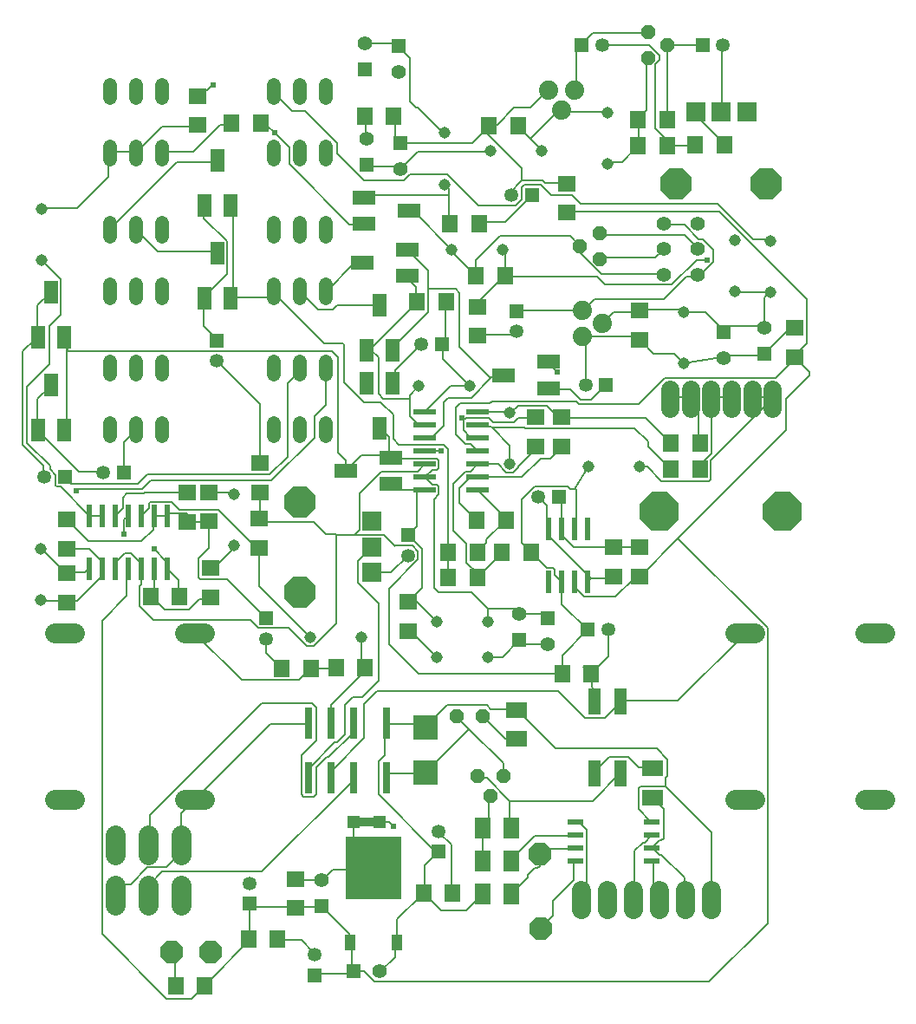
<source format=gbr>
G04 EAGLE Gerber X2 export*
%TF.Part,Single*%
%TF.FileFunction,Copper,L1,Top,Mixed*%
%TF.FilePolarity,Positive*%
%TF.GenerationSoftware,Autodesk,EAGLE,9.2.2*%
%TF.CreationDate,2019-01-08T14:26:45Z*%
G75*
%MOMM*%
%FSLAX34Y34*%
%LPD*%
%INTop Copper*%
%AMOC8*
5,1,8,0,0,1.08239X$1,22.5*%
G01*
%ADD10C,1.143000*%
%ADD11R,1.350000X1.350000*%
%ADD12C,1.350000*%
%ADD13R,1.600000X1.800000*%
%ADD14R,1.800000X1.600000*%
%ADD15C,1.408000*%
%ADD16R,1.408000X1.408000*%
%ADD17C,1.320800*%
%ADD18R,0.600000X2.200000*%
%ADD19R,2.200000X0.600000*%
%ADD20C,1.950000*%
%ADD21R,0.800000X3.100000*%
%ADD22P,1.429621X8X202.500000*%
%ADD23P,2.336880X8X112.500000*%
%ADD24R,1.270000X2.540000*%
%ADD25C,1.879600*%
%ADD26P,1.429621X8X292.500000*%
%ADD27P,1.429621X8X112.500000*%
%ADD28R,1.600000X1.803000*%
%ADD29R,1.320800X2.184400*%
%ADD30R,1.803000X1.600000*%
%ADD31R,2.184400X1.320800*%
%ADD32R,2.000000X1.600000*%
%ADD33R,1.600000X2.000000*%
%ADD34R,1.879600X1.879600*%
%ADD35P,3.247170X8X112.500000*%
%ADD36R,1.000000X1.600000*%
%ADD37R,5.400000X6.200000*%
%ADD38R,1.549400X0.533400*%
%ADD39P,3.247170X8X22.500000*%
%ADD40P,2.336880X8X22.500000*%
%ADD41P,2.336880X8X202.500000*%
%ADD42R,2.400000X2.400000*%
%ADD43R,1.270000X1.270000*%
%ADD44C,0.812800*%
%ADD45C,1.800000*%
%ADD46P,4.123906X8X22.500000*%
%ADD47C,1.879600*%
%ADD48C,0.203200*%
%ADD49C,0.604800*%


D10*
X369510Y377210D03*
X319510Y377210D03*
D11*
X535700Y809150D03*
D12*
X515700Y809150D03*
D11*
X520700Y695800D03*
D12*
X520700Y675800D03*
D11*
X228290Y666880D03*
D12*
X228290Y646880D03*
D11*
X608440Y623650D03*
D12*
X588440Y623650D03*
D11*
X448150Y663480D03*
D12*
X428150Y663480D03*
D13*
X534890Y460470D03*
X506890Y460470D03*
D10*
X514350Y596500D03*
X514350Y546500D03*
X244820Y466910D03*
X244820Y516910D03*
D11*
X137000Y538020D03*
D12*
X117000Y538020D03*
D11*
X562450Y514350D03*
D12*
X542450Y514350D03*
D11*
X590298Y384589D03*
D12*
X610298Y384589D03*
D10*
X55800Y413530D03*
X55800Y463530D03*
D11*
X79850Y533400D03*
D12*
X59850Y533400D03*
D10*
X590950Y543677D03*
X640950Y543677D03*
D11*
X414670Y477000D03*
D12*
X414670Y457000D03*
D11*
X276580Y395840D03*
D12*
X276580Y375840D03*
D13*
X565390Y341550D03*
X593390Y341550D03*
D10*
X684387Y644723D03*
X684387Y694723D03*
D11*
X323850Y47150D03*
D12*
X323850Y67150D03*
D13*
X287050Y82550D03*
X259050Y82550D03*
X430500Y127000D03*
X458500Y127000D03*
D11*
X444500Y167800D03*
D12*
X444500Y187800D03*
D11*
X260350Y117000D03*
D12*
X260350Y137000D03*
D14*
X304800Y113000D03*
X304800Y141000D03*
D10*
X57150Y745160D03*
X57150Y795160D03*
D11*
X702740Y955743D03*
D12*
X722740Y955743D03*
D11*
X584360Y955743D03*
D12*
X604360Y955743D03*
D10*
X609600Y839380D03*
X609600Y889380D03*
X545700Y851870D03*
X495700Y851870D03*
D15*
X387350Y50800D03*
D16*
X361950Y50800D03*
D15*
X330200Y139700D03*
D16*
X330200Y114300D03*
D17*
X334200Y708396D02*
X334200Y721604D01*
X309200Y721604D02*
X309200Y708396D01*
X284200Y708396D02*
X284200Y721604D01*
X284200Y768396D02*
X284200Y781604D01*
X309200Y781604D02*
X309200Y768396D01*
X334200Y768396D02*
X334200Y781604D01*
D18*
X116220Y443900D03*
X116220Y495900D03*
X103520Y443900D03*
X128920Y443900D03*
X141620Y443900D03*
X103520Y495900D03*
X128920Y495900D03*
X141620Y495900D03*
X167020Y443900D03*
X167020Y495900D03*
X154320Y443900D03*
X179720Y443900D03*
X154320Y495900D03*
X179720Y495900D03*
D19*
X483200Y533400D03*
X431200Y533400D03*
X483200Y520700D03*
X483200Y546100D03*
X483200Y558800D03*
X431200Y520700D03*
X431200Y546100D03*
X431200Y558800D03*
X483200Y584200D03*
X431200Y584200D03*
X483200Y571500D03*
X483200Y596900D03*
X431200Y571500D03*
X431200Y596900D03*
D18*
X577850Y483200D03*
X577850Y431200D03*
X590550Y483200D03*
X565150Y483200D03*
X552450Y483200D03*
X590550Y431200D03*
X565150Y431200D03*
X552450Y431200D03*
D20*
X89050Y218850D02*
X69550Y218850D01*
X69550Y381150D02*
X89050Y381150D01*
X196550Y218850D02*
X216050Y218850D01*
X216050Y381150D02*
X196550Y381150D01*
D21*
X393600Y293200D03*
X361600Y293200D03*
X339600Y293200D03*
X317600Y293200D03*
X393600Y240200D03*
X361600Y240200D03*
X339600Y240200D03*
X317600Y240200D03*
D22*
X487700Y300000D03*
X462300Y300000D03*
D23*
X543560Y165100D03*
X544560Y92280D03*
D17*
X334200Y843396D02*
X334200Y856604D01*
X309200Y856604D02*
X309200Y843396D01*
X284200Y843396D02*
X284200Y856604D01*
X284200Y903396D02*
X284200Y916604D01*
X309200Y916604D02*
X309200Y903396D01*
X334200Y903396D02*
X334200Y916604D01*
X124200Y916604D02*
X124200Y903396D01*
X149200Y903396D02*
X149200Y916604D01*
X174200Y916604D02*
X174200Y903396D01*
X174200Y856604D02*
X174200Y843396D01*
X149200Y843396D02*
X149200Y856604D01*
X124200Y856604D02*
X124200Y843396D01*
D24*
X596900Y244400D03*
X622300Y244400D03*
X622300Y314400D03*
X596900Y314400D03*
D20*
X861050Y381150D02*
X880550Y381150D01*
X880550Y218850D02*
X861050Y218850D01*
X753550Y381150D02*
X734050Y381150D01*
X734050Y218850D02*
X753550Y218850D01*
D25*
X577850Y911320D03*
X565150Y892270D03*
X552450Y911320D03*
D26*
X649240Y943045D03*
X668290Y955745D03*
X649240Y968445D03*
D27*
X601988Y771880D03*
X582938Y759180D03*
X601988Y746480D03*
D25*
X585360Y696580D03*
X604410Y683880D03*
X585360Y671180D03*
D28*
X454140Y460470D03*
X482580Y460470D03*
X522220Y876490D03*
X493780Y876490D03*
X639830Y882650D03*
X668270Y882650D03*
X401030Y886260D03*
X372590Y886260D03*
X484120Y781050D03*
X455680Y781050D03*
D29*
X374620Y657450D03*
X387350Y701450D03*
X400080Y657450D03*
D28*
X668270Y857250D03*
X639830Y857250D03*
D30*
X570150Y820290D03*
X570150Y791850D03*
X482600Y671580D03*
X482600Y700020D03*
D28*
X509520Y730250D03*
X481080Y730250D03*
D30*
X641350Y696370D03*
X641350Y667930D03*
X792270Y679260D03*
X792270Y650820D03*
D31*
X551940Y620540D03*
X507940Y633270D03*
X551940Y646000D03*
X414430Y730220D03*
X370430Y742950D03*
X414430Y755680D03*
D29*
X400080Y625250D03*
X387350Y581250D03*
X374620Y625250D03*
D30*
X221710Y444770D03*
X221710Y416330D03*
D28*
X163390Y417370D03*
X191830Y417370D03*
D29*
X53310Y579440D03*
X66040Y623440D03*
X78770Y579440D03*
X53310Y669819D03*
X66040Y713819D03*
X78770Y669819D03*
D30*
X81390Y411230D03*
X81390Y439670D03*
X641350Y436630D03*
X641350Y465070D03*
D28*
X423930Y704850D03*
X452370Y704850D03*
D29*
X215870Y707900D03*
X228600Y751900D03*
X241330Y707900D03*
X215870Y798420D03*
X228600Y842420D03*
X241330Y798420D03*
D30*
X269930Y518640D03*
X269930Y547080D03*
D28*
X291360Y346930D03*
X319800Y346930D03*
D31*
X397920Y527020D03*
X353920Y539750D03*
X397920Y552480D03*
D32*
X520700Y278100D03*
X520700Y306100D03*
D28*
X454310Y435390D03*
X482750Y435390D03*
D30*
X615950Y436630D03*
X615950Y465070D03*
D28*
X481860Y491410D03*
X510300Y491410D03*
D33*
X515650Y190500D03*
X487650Y190500D03*
D30*
X565150Y592070D03*
X565150Y563630D03*
D28*
X700020Y541290D03*
X671580Y541290D03*
X700020Y566880D03*
X671580Y566880D03*
D33*
X487650Y158750D03*
X515650Y158750D03*
D32*
X654050Y248950D03*
X654050Y220950D03*
D28*
X372970Y347730D03*
X344530Y347730D03*
D30*
X539750Y563630D03*
X539750Y592070D03*
X81390Y492010D03*
X81390Y463570D03*
X269620Y464670D03*
X269620Y493110D03*
X220590Y490250D03*
X220590Y518690D03*
X198840Y490010D03*
X198840Y518450D03*
X209550Y877320D03*
X209550Y905760D03*
D34*
X695800Y890000D03*
X720800Y890000D03*
X745800Y890000D03*
D35*
X676800Y820000D03*
X764800Y820000D03*
D15*
X374650Y863600D03*
D16*
X374650Y838200D03*
D15*
X407670Y834390D03*
D16*
X407670Y859790D03*
D15*
X723362Y650113D03*
D16*
X723362Y675513D03*
D15*
X763270Y679450D03*
D16*
X763270Y654050D03*
D36*
X358200Y79000D03*
X403800Y79000D03*
D37*
X381000Y152000D03*
D38*
X578866Y196850D03*
X578866Y184150D03*
X578866Y171450D03*
X578866Y158750D03*
X653034Y158750D03*
X653034Y171450D03*
X653034Y184150D03*
X653034Y196850D03*
D34*
X379200Y490400D03*
X379200Y465400D03*
X379200Y440400D03*
D39*
X309200Y509400D03*
X309200Y421400D03*
D31*
X371700Y806480D03*
X415700Y793750D03*
X371700Y781020D03*
D17*
X124200Y781604D02*
X124200Y768396D01*
X149200Y768396D02*
X149200Y781604D01*
X174200Y781604D02*
X174200Y768396D01*
X174200Y721604D02*
X174200Y708396D01*
X149200Y708396D02*
X149200Y721604D01*
X124200Y721604D02*
X124200Y708396D01*
D40*
X184150Y69850D03*
D41*
X222250Y69850D03*
D42*
X431800Y288700D03*
X431800Y244700D03*
D43*
X361950Y196850D03*
X387350Y196850D03*
D44*
X361950Y196850D01*
D45*
X690800Y601000D02*
X690800Y619000D01*
X670800Y619000D02*
X670800Y601000D01*
X770800Y601000D02*
X770800Y619000D01*
X710800Y619000D02*
X710800Y601000D01*
X730800Y601000D02*
X730800Y619000D01*
X750800Y619000D02*
X750800Y601000D01*
D46*
X660800Y500000D03*
X780800Y500000D03*
D47*
X711200Y130048D02*
X711200Y111252D01*
X685800Y111252D02*
X685800Y130048D01*
X660400Y130048D02*
X660400Y111252D01*
X635000Y111252D02*
X635000Y130048D01*
X609600Y130048D02*
X609600Y111252D01*
X584200Y111252D02*
X584200Y130048D01*
D20*
X128800Y135000D02*
X128800Y115500D01*
X160800Y115500D02*
X160800Y135000D01*
X192800Y135000D02*
X192800Y115500D01*
X192800Y165000D02*
X192800Y184500D01*
X160800Y184500D02*
X160800Y165000D01*
X128800Y165000D02*
X128800Y184500D01*
D10*
X507200Y755650D03*
X457200Y755650D03*
X475450Y622300D03*
X425450Y622300D03*
X734561Y764996D03*
X734561Y714996D03*
X450850Y869550D03*
X450850Y819550D03*
D15*
X406080Y929020D03*
D16*
X406080Y954420D03*
D15*
X372790Y957500D03*
D16*
X372790Y932100D03*
D22*
X482600Y241300D03*
X495300Y222250D03*
X508000Y241300D03*
D28*
X242320Y878840D03*
X270760Y878840D03*
X724140Y857780D03*
X695700Y857780D03*
D17*
X124200Y646604D02*
X124200Y633396D01*
X149200Y633396D02*
X149200Y646604D01*
X174200Y646604D02*
X174200Y633396D01*
X174200Y586604D02*
X174200Y573396D01*
X149200Y573396D02*
X149200Y586604D01*
X124200Y586604D02*
X124200Y573396D01*
X334200Y573396D02*
X334200Y586604D01*
X309200Y586604D02*
X309200Y573396D01*
X284200Y573396D02*
X284200Y586604D01*
X284200Y633396D02*
X284200Y646604D01*
X309200Y646604D02*
X309200Y633396D01*
X334200Y633396D02*
X334200Y646604D01*
D10*
X768815Y714359D03*
X768815Y764359D03*
D13*
X187720Y36960D03*
X215720Y36960D03*
D15*
X551641Y370377D03*
D16*
X551641Y395777D03*
D15*
X523154Y399745D03*
D16*
X523154Y374345D03*
D10*
X492745Y358107D03*
X442745Y358107D03*
D33*
X515904Y126365D03*
X487904Y126365D03*
D10*
X493000Y392104D03*
X443000Y392104D03*
D30*
X414665Y383165D03*
X414665Y411605D03*
D15*
X697941Y781299D03*
X697941Y756299D03*
X697941Y731299D03*
X664941Y781299D03*
X664941Y756299D03*
X664941Y731299D03*
D48*
X640080Y465328D02*
X617728Y465328D01*
X615950Y465070D01*
X640080Y465328D02*
X641350Y465070D01*
X564896Y483616D02*
X564896Y512064D01*
X562864Y514096D01*
X564896Y483616D02*
X565150Y483200D01*
X562864Y514096D02*
X562450Y514350D01*
X577088Y465328D02*
X615696Y465328D01*
X577088Y465328D02*
X566928Y475488D01*
X566928Y481584D01*
X615696Y465328D02*
X615950Y465070D01*
X566928Y481584D02*
X565150Y483200D01*
X154432Y495808D02*
X154320Y495900D01*
X269620Y464670D02*
X272288Y460616D01*
X154320Y495900D02*
X154432Y497840D01*
X161480Y507952D02*
X162968Y509440D01*
X161480Y503060D02*
X154320Y495900D01*
X161480Y503060D02*
X161480Y507952D01*
X183772Y509440D02*
X191247Y501965D01*
X183772Y509440D02*
X162968Y509440D01*
X191247Y501965D02*
X229482Y501965D01*
X269620Y427100D02*
X319510Y377210D01*
X269620Y427100D02*
X269620Y464670D01*
X266777Y464670D01*
X229482Y501965D01*
X339600Y310867D02*
X339600Y293200D01*
X339600Y310867D02*
X372970Y344237D01*
X372970Y347730D01*
X369510Y351190D01*
X369510Y377210D01*
X136080Y503060D02*
X128920Y495900D01*
X156556Y517996D02*
X157010Y518450D01*
X198840Y518450D01*
X136080Y513773D02*
X136080Y503060D01*
X136080Y513773D02*
X140303Y517996D01*
X156556Y517996D01*
X115824Y495808D02*
X103632Y495808D01*
X103520Y495900D01*
X115824Y495808D02*
X116220Y495900D01*
X64806Y681537D02*
X75184Y691914D01*
X64806Y681537D02*
X64806Y643926D01*
X42672Y621792D01*
X42672Y566928D01*
X65024Y544576D01*
X101600Y497840D02*
X102582Y496848D01*
X103520Y495900D01*
X75184Y691914D02*
X75184Y727126D01*
X57150Y745160D01*
X65024Y544576D02*
X65024Y541364D01*
X70560Y525598D02*
X72048Y524110D01*
X75320Y524110D01*
X102582Y496848D01*
X70560Y535828D02*
X65024Y541364D01*
X70560Y535828D02*
X70560Y525598D01*
X361696Y741680D02*
X369824Y741680D01*
X361696Y741680D02*
X335280Y715264D01*
X369824Y741680D02*
X370430Y742950D01*
X335280Y715264D02*
X334600Y713857D01*
X334600Y715000D02*
X335280Y715264D01*
X334200Y715000D01*
X228290Y646880D02*
X269930Y605240D01*
X269930Y547080D01*
X215392Y680720D02*
X215392Y707136D01*
X215392Y680720D02*
X227584Y668528D01*
X215392Y707136D02*
X215870Y707900D01*
X227584Y668528D02*
X228290Y666880D01*
X215392Y786384D02*
X215392Y796544D01*
X215392Y786384D02*
X237744Y764032D01*
X237744Y731520D01*
X215392Y709168D01*
X215392Y796544D02*
X215870Y798420D01*
X215392Y709168D02*
X215870Y707900D01*
X227584Y753872D02*
X170688Y753872D01*
X150368Y774192D01*
X227584Y753872D02*
X228600Y751900D01*
X150368Y774192D02*
X149200Y776143D01*
X148336Y776224D02*
X149200Y775000D01*
X149200Y776143D02*
X148336Y776224D01*
X188976Y841248D02*
X227584Y841248D01*
X188976Y841248D02*
X123952Y776224D01*
X227584Y841248D02*
X228600Y842420D01*
X123952Y776224D02*
X123800Y776143D01*
X123952Y776224D02*
X123800Y775000D01*
X124200Y775000D02*
X123952Y776224D01*
X522224Y591312D02*
X538480Y591312D01*
X522224Y591312D02*
X518160Y587248D01*
X497840Y587248D01*
X493776Y591312D01*
X471424Y591312D01*
X469392Y589280D01*
X469392Y579120D01*
X475488Y573024D01*
X538480Y591312D02*
X539750Y592070D01*
X469392Y589280D02*
X467360Y591312D01*
D49*
X467360Y591312D03*
D48*
X481676Y573024D02*
X483200Y571500D01*
X481676Y573024D02*
X475488Y573024D01*
X491420Y469310D02*
X482580Y460470D01*
X483616Y520192D02*
X483200Y520700D01*
X510300Y491410D02*
X509935Y491045D01*
X491420Y472530D01*
X491420Y469310D01*
X509935Y493965D02*
X483200Y520700D01*
X509935Y493965D02*
X509935Y491045D01*
X481584Y532384D02*
X475488Y532384D01*
X481584Y532384D02*
X483200Y533400D01*
X560832Y562864D02*
X564896Y562864D01*
X565150Y563630D01*
X483200Y533400D02*
X475840Y533400D01*
X483200Y533400D02*
X526353Y533400D01*
X544469Y551516D01*
X553548Y551516D02*
X564896Y562864D01*
X553548Y551516D02*
X544469Y551516D01*
X481860Y491410D02*
X465060Y508210D01*
X465060Y522620D02*
X475840Y533400D01*
X465060Y522620D02*
X465060Y508210D01*
X539750Y563630D02*
X542060Y563630D01*
X544543Y563630D01*
X506890Y459530D02*
X482750Y435390D01*
X506890Y459530D02*
X506890Y460470D01*
X510931Y538245D02*
X517769Y538245D01*
X522605Y543081D01*
X503076Y546100D02*
X483200Y546100D01*
X522605Y544175D02*
X522605Y543081D01*
X510931Y538245D02*
X503076Y546100D01*
X522605Y544175D02*
X542060Y563630D01*
X476040Y538940D02*
X471148Y538940D01*
X482750Y439693D02*
X482750Y435390D01*
X482750Y439693D02*
X472040Y450403D01*
X472040Y468303D01*
X459000Y481343D01*
X459000Y526792D02*
X471148Y538940D01*
X459000Y526792D02*
X459000Y481343D01*
X476040Y538940D02*
X483200Y546100D01*
X560832Y593344D02*
X564896Y593344D01*
X560832Y593344D02*
X550672Y603504D01*
X522224Y603504D01*
X516128Y597408D01*
X564896Y593344D02*
X565150Y592070D01*
X516128Y597408D02*
X514350Y596500D01*
X670560Y564896D02*
X671580Y566880D01*
X566928Y591312D02*
X565150Y592070D01*
X647148Y591312D02*
X671580Y566880D01*
X647148Y591312D02*
X566928Y591312D01*
X514350Y596500D02*
X513950Y596900D01*
X483200Y596900D01*
X670560Y540512D02*
X671580Y541290D01*
X495808Y583184D02*
X483616Y583184D01*
X495808Y583184D02*
X497136Y581856D01*
X483616Y583184D02*
X483200Y584200D01*
X649205Y563665D02*
X671580Y541290D01*
X649205Y563665D02*
X649205Y568569D01*
X529683Y581530D02*
X529357Y581856D01*
X497136Y581856D01*
X636244Y581530D02*
X649205Y568569D01*
X636244Y581530D02*
X529683Y581530D01*
X514350Y564642D02*
X514350Y546500D01*
X514350Y564642D02*
X497136Y581856D01*
X425672Y521176D02*
X423480Y521176D01*
X398998Y521176D01*
X426148Y520700D02*
X431200Y520700D01*
X426148Y520700D02*
X425672Y521176D01*
X398998Y521176D02*
X397920Y527020D01*
X423480Y485810D02*
X414670Y477000D01*
X423480Y485810D02*
X423480Y521176D01*
X428752Y425692D02*
X414665Y411605D01*
X428752Y425692D02*
X428752Y463296D01*
X423499Y411605D02*
X414665Y411605D01*
X423499Y411605D02*
X443000Y392104D01*
X415048Y477000D02*
X414670Y477000D01*
X415048Y477000D02*
X428752Y463296D01*
X343408Y274320D02*
X319024Y249936D01*
X343408Y274320D02*
X345440Y274320D01*
X353568Y282448D01*
X361125Y319088D02*
X370475Y319088D01*
X361125Y319088D02*
X353568Y311531D01*
X353568Y282448D01*
X319024Y249936D02*
X319024Y241624D01*
X317600Y240200D01*
X365760Y430784D02*
X365760Y451960D01*
X365760Y430784D02*
X386632Y409912D01*
X386632Y335245D02*
X370475Y319088D01*
X386632Y335245D02*
X386632Y409912D01*
X365760Y451960D02*
X379200Y465400D01*
X701040Y542544D02*
X701040Y546608D01*
X711200Y556768D01*
X711200Y609600D01*
X701040Y542544D02*
X700020Y541290D01*
X711200Y609600D02*
X710800Y610000D01*
X711200Y611632D02*
X729488Y611632D01*
X730800Y610000D01*
X711200Y611632D02*
X710800Y610000D01*
X699008Y601472D02*
X699008Y566928D01*
X699008Y601472D02*
X690880Y609600D01*
X699008Y566928D02*
X700020Y566880D01*
X690880Y609600D02*
X690800Y610000D01*
X688848Y611632D02*
X672592Y611632D01*
X670800Y610000D01*
X688848Y611632D02*
X690800Y610000D01*
X451104Y666496D02*
X451104Y703072D01*
X451104Y666496D02*
X449072Y664464D01*
X451104Y703072D02*
X452370Y704850D01*
X449072Y664464D02*
X448150Y663480D01*
X456600Y622300D02*
X475450Y622300D01*
X456600Y622300D02*
X431200Y596900D01*
X449072Y662558D02*
X448150Y663480D01*
X449072Y648678D02*
X475450Y622300D01*
X449072Y648678D02*
X449072Y662558D01*
X209296Y875792D02*
X174752Y875792D01*
X150368Y851408D01*
X209296Y875792D02*
X209550Y877320D01*
X150368Y851408D02*
X149200Y853043D01*
X91440Y796544D02*
X58928Y796544D01*
X91440Y796544D02*
X121920Y827024D01*
X121920Y849376D01*
X58928Y796544D02*
X57150Y795160D01*
X121920Y849376D02*
X123168Y851810D01*
X123800Y853043D01*
X123952Y851408D02*
X148336Y851408D01*
X149200Y853043D01*
X123952Y851408D02*
X123800Y853043D01*
X123800Y851900D02*
X123952Y851408D01*
X148336Y851408D02*
X149200Y851900D01*
X124200Y850000D02*
X123952Y851408D01*
X123168Y851810D01*
X148336Y851408D02*
X149200Y850000D01*
X209550Y905760D02*
X211328Y904240D01*
X745800Y890000D02*
X745744Y887984D01*
X223388Y916300D02*
X211328Y904240D01*
X223388Y916300D02*
X224820Y916300D01*
D49*
X224820Y916300D03*
D48*
X721360Y890016D02*
X721360Y955040D01*
X722740Y955743D01*
X721360Y890016D02*
X720800Y890000D01*
X668528Y883920D02*
X668528Y955040D01*
X668528Y883920D02*
X668270Y882650D01*
X668528Y955040D02*
X701040Y955040D01*
X702740Y955743D01*
X668528Y955040D02*
X668290Y955745D01*
X648208Y967232D02*
X595376Y967232D01*
X585216Y957072D01*
X648208Y967232D02*
X649240Y968445D01*
X585216Y957072D02*
X584360Y955743D01*
X579120Y950976D02*
X579120Y912368D01*
X579120Y950976D02*
X583184Y955040D01*
X579120Y912368D02*
X577850Y911320D01*
X583184Y955040D02*
X584360Y955743D01*
X534416Y863600D02*
X544576Y853440D01*
X534416Y863600D02*
X522224Y875792D01*
X522220Y876490D01*
X544576Y853440D02*
X545700Y851870D01*
X568960Y890016D02*
X609600Y890016D01*
X568960Y890016D02*
X566928Y892048D01*
X609600Y890016D02*
X609600Y889380D01*
X566928Y892048D02*
X565150Y892270D01*
X564896Y894080D02*
X534416Y863600D01*
X565150Y892270D02*
X564896Y894080D01*
X640080Y881888D02*
X640080Y857504D01*
X639830Y857250D01*
X640080Y881888D02*
X639830Y882650D01*
X623824Y841248D02*
X609600Y841248D01*
X623824Y841248D02*
X638048Y855472D01*
X609600Y841248D02*
X609600Y839380D01*
X638048Y855472D02*
X639830Y857250D01*
X648208Y892048D02*
X648208Y942848D01*
X648208Y892048D02*
X640080Y883920D01*
X648208Y942848D02*
X649240Y943045D01*
X640080Y883920D02*
X639830Y882650D01*
X510032Y782320D02*
X485648Y782320D01*
X510032Y782320D02*
X536448Y808736D01*
X485648Y782320D02*
X484120Y781050D01*
X535700Y809150D02*
X536448Y808736D01*
X455168Y808736D02*
X455168Y814832D01*
X455168Y808736D02*
X455168Y782320D01*
X455168Y814832D02*
X451104Y818896D01*
X455168Y782320D02*
X455680Y781050D01*
X451104Y818896D02*
X450850Y819550D01*
X455168Y808736D02*
X371856Y808736D01*
X371700Y806480D01*
X521480Y696580D02*
X585360Y696580D01*
X521480Y696580D02*
X520700Y695800D01*
X666496Y780288D02*
X684784Y780288D01*
X699008Y766064D01*
X703072Y766064D01*
X713232Y755904D01*
X713232Y743712D01*
X699008Y729488D01*
X666496Y780288D02*
X664941Y781299D01*
X697941Y731299D02*
X699008Y729488D01*
X696976Y729488D02*
X686816Y729488D01*
X664464Y707136D01*
X597408Y707136D01*
X587248Y696976D01*
X696976Y729488D02*
X697941Y731299D01*
X587248Y696976D02*
X585360Y696580D01*
X483616Y701040D02*
X483616Y705104D01*
X508000Y729488D01*
X509520Y730250D01*
X507200Y755650D02*
X508000Y755904D01*
X512940Y738734D02*
X509520Y730250D01*
X509520Y753330D01*
X507200Y755650D01*
X483616Y701040D02*
X482600Y700020D01*
X510032Y729488D02*
X599440Y729488D01*
X607568Y721360D01*
X672592Y721360D01*
X696976Y745744D01*
X707136Y745744D01*
X510032Y729488D02*
X509520Y730250D01*
D49*
X707136Y745744D03*
D48*
X479552Y731520D02*
X457200Y753872D01*
X457200Y755650D01*
X420624Y792480D02*
X416560Y792480D01*
X420624Y792480D02*
X457200Y755904D01*
X416560Y792480D02*
X415700Y793750D01*
X457200Y755904D02*
X457200Y755650D01*
X481080Y745352D02*
X481080Y730250D01*
X481080Y745352D02*
X504689Y768961D01*
X573157Y768961D01*
X582938Y759180D01*
X603504Y731520D02*
X664464Y731520D01*
X603504Y731520D02*
X583184Y751840D01*
X583184Y757936D01*
X664464Y731520D02*
X664941Y731299D01*
X583184Y757936D02*
X582938Y759180D01*
X481080Y730250D02*
X479552Y731520D01*
X593770Y608980D02*
X608440Y623650D01*
X593770Y608980D02*
X583790Y608980D01*
X573500Y619270D01*
X551940Y620540D01*
X430784Y585216D02*
X424688Y585216D01*
X416560Y593344D01*
X416560Y610296D02*
X416560Y613664D01*
X416560Y610296D02*
X416560Y593344D01*
X416560Y613664D02*
X424688Y621792D01*
X430784Y585216D02*
X431200Y584200D01*
X424688Y621792D02*
X425450Y622300D01*
X422656Y705104D02*
X422656Y719328D01*
X414528Y727456D01*
X422656Y705104D02*
X423930Y704850D01*
X414528Y727456D02*
X414430Y730220D01*
X377952Y658368D02*
X373888Y658368D01*
X377952Y658368D02*
X422656Y703072D01*
X373888Y658368D02*
X374620Y657450D01*
X422656Y703072D02*
X423930Y704850D01*
X416560Y610296D02*
X390467Y610296D01*
X386024Y614739D01*
X386024Y650296D01*
X377952Y658368D01*
X374620Y657450D01*
X453136Y461264D02*
X453482Y460991D01*
X454140Y460470D01*
X278384Y709168D02*
X243840Y709168D01*
X278384Y709168D02*
X282448Y713232D01*
X283270Y714307D01*
X283800Y713857D01*
X243840Y709168D02*
X243840Y796544D01*
X241330Y798420D01*
X243840Y709168D02*
X241330Y707900D01*
X454310Y460162D02*
X454310Y435390D01*
X454310Y460162D02*
X453482Y460991D01*
X449412Y565500D02*
X406018Y565500D01*
X400304Y571214D01*
X400304Y594824D01*
X449412Y565500D02*
X454310Y560602D01*
X400304Y594824D02*
X388319Y606810D01*
X454310Y560602D02*
X454310Y460162D01*
X352264Y663043D02*
X350794Y664513D01*
X352264Y663043D02*
X352264Y626488D01*
X284480Y713232D02*
X283800Y715000D01*
X283800Y713857D02*
X284480Y713232D01*
X333064Y664513D02*
X350794Y664513D01*
X333064Y664513D02*
X283270Y714307D01*
X371942Y606810D02*
X388319Y606810D01*
X371942Y606810D02*
X352264Y626488D01*
X284200Y715000D02*
X284480Y715264D01*
X283800Y715000D01*
X345239Y701040D02*
X386080Y701040D01*
X345239Y701040D02*
X341000Y696801D01*
X327327Y696801D01*
X310896Y713232D01*
X386080Y701040D02*
X387350Y701450D01*
X310896Y713232D02*
X309200Y713857D01*
X308864Y713232D02*
X309200Y715000D01*
X309200Y713857D02*
X308864Y713232D01*
X424688Y851408D02*
X493776Y851408D01*
X424688Y851408D02*
X407670Y834390D01*
X493776Y851408D02*
X495700Y851870D01*
X404368Y837184D02*
X375920Y837184D01*
X404368Y837184D02*
X406400Y835152D01*
X375920Y837184D02*
X374650Y838200D01*
X406400Y835152D02*
X407670Y834390D01*
X243040Y518690D02*
X244820Y516910D01*
X243040Y518690D02*
X220590Y518690D01*
X221710Y444770D02*
X223520Y442976D01*
X244820Y464276D01*
X244820Y466910D01*
X221488Y414528D02*
X217424Y414528D01*
X221488Y414528D02*
X221710Y416330D01*
X166624Y420624D02*
X164592Y418592D01*
X163390Y417370D01*
X211328Y414528D02*
X217424Y414528D01*
X211328Y414528D02*
X201168Y404368D01*
X176784Y404368D01*
X164592Y416560D01*
X217424Y414528D02*
X221710Y416330D01*
X164592Y416560D02*
X163390Y417370D01*
X166624Y420624D02*
X166624Y442976D01*
X167020Y443900D01*
X166624Y420624D02*
X163390Y417370D01*
X52832Y581152D02*
X52832Y609600D01*
X65024Y621792D01*
X52832Y581152D02*
X53310Y579440D01*
X65024Y621792D02*
X66040Y623440D01*
X93239Y538480D02*
X115824Y538480D01*
X93239Y538480D02*
X53310Y578409D01*
X53310Y579440D01*
X115824Y538480D02*
X117000Y538020D01*
X81280Y412496D02*
X56896Y412496D01*
X81280Y412496D02*
X81390Y411230D01*
X56896Y412496D02*
X55800Y413530D01*
X83312Y463296D02*
X103632Y463296D01*
X115824Y451104D01*
X115824Y445008D01*
X83312Y463296D02*
X81390Y463570D01*
X115824Y445008D02*
X116220Y443900D01*
X91440Y412496D02*
X83312Y412496D01*
X91440Y412496D02*
X115824Y436880D01*
X115824Y442976D01*
X83312Y412496D02*
X81390Y411230D01*
X115824Y442976D02*
X116220Y443900D01*
X52832Y670560D02*
X52832Y701040D01*
X65024Y713232D01*
X52832Y670560D02*
X53310Y669819D01*
X65024Y713232D02*
X66040Y713819D01*
X58928Y544576D02*
X58928Y534416D01*
X58928Y544576D02*
X38608Y564896D01*
X38608Y656336D01*
X50800Y668528D01*
X58928Y534416D02*
X59850Y533400D01*
X50800Y668528D02*
X53310Y669819D01*
X654304Y158496D02*
X654304Y128016D01*
X660400Y121920D01*
X654304Y158496D02*
X653034Y158750D01*
X660400Y121920D02*
X660400Y120650D01*
X653034Y171450D02*
X660400Y178816D01*
X662432Y178816D01*
X664464Y180848D01*
X664464Y209296D01*
X654304Y219456D01*
X654050Y220950D01*
X654304Y170688D02*
X660400Y164592D01*
X662432Y164592D01*
X684784Y142240D01*
X684784Y121920D01*
X654304Y170688D02*
X653034Y171450D01*
X684784Y121920D02*
X685800Y120650D01*
X646176Y176784D02*
X652272Y182880D01*
X646176Y176784D02*
X644144Y176784D01*
X636016Y168656D01*
X636016Y121920D01*
X652272Y182880D02*
X653034Y184150D01*
X636016Y121920D02*
X635000Y120650D01*
X583184Y195072D02*
X579120Y195072D01*
X583184Y195072D02*
X589280Y188976D01*
X589280Y125984D01*
X585216Y121920D01*
X579120Y195072D02*
X578866Y196850D01*
X585216Y121920D02*
X584200Y120650D01*
X520192Y278384D02*
X510032Y278384D01*
X489712Y298704D01*
X520192Y278384D02*
X520700Y278100D01*
X489712Y298704D02*
X487700Y300000D01*
X430784Y243840D02*
X396240Y243840D01*
X394208Y241808D01*
X430784Y243840D02*
X431800Y244700D01*
X394208Y241808D02*
X393600Y240200D01*
X508000Y241300D02*
X508000Y254000D01*
X473456Y288544D02*
X463296Y298704D01*
X473456Y288544D02*
X508000Y254000D01*
X463296Y298704D02*
X462300Y300000D01*
X473456Y286512D02*
X432816Y245872D01*
X473456Y286512D02*
X473456Y288544D01*
X432816Y245872D02*
X431800Y244700D01*
X487680Y188976D02*
X487680Y160528D01*
X487650Y158750D01*
X487680Y188976D02*
X487650Y190500D01*
X493776Y197104D02*
X493776Y221488D01*
X493776Y197104D02*
X487680Y191008D01*
X493776Y221488D02*
X495300Y222250D01*
X487680Y191008D02*
X487650Y190500D01*
X538480Y182880D02*
X577088Y182880D01*
X538480Y182880D02*
X516128Y160528D01*
X577088Y182880D02*
X578866Y184150D01*
X516128Y160528D02*
X515650Y158750D01*
X640080Y209296D02*
X652272Y197104D01*
X640080Y209296D02*
X640080Y229616D01*
X642112Y231648D01*
X666496Y231648D01*
X711200Y186944D01*
X653034Y196850D02*
X652272Y197104D01*
X520192Y306832D02*
X495808Y306832D01*
X491744Y310896D01*
X453136Y310896D01*
X432816Y290576D01*
X520192Y306832D02*
X520700Y306100D01*
X432816Y290576D02*
X431800Y288700D01*
X428752Y292608D02*
X394208Y292608D01*
X428752Y292608D02*
X430784Y290576D01*
X394208Y292608D02*
X393600Y293200D01*
X430784Y290576D02*
X431800Y288700D01*
X402336Y77216D02*
X402336Y65024D01*
X388112Y50800D01*
X402336Y77216D02*
X403800Y79000D01*
X388112Y50800D02*
X387350Y50800D01*
X430784Y128016D02*
X430784Y154432D01*
X442976Y166624D01*
X430784Y128016D02*
X430500Y127000D01*
X404368Y101600D02*
X404368Y79248D01*
X404368Y101600D02*
X428752Y125984D01*
X404368Y79248D02*
X403800Y79000D01*
X428752Y125984D02*
X430500Y127000D01*
X392176Y262128D02*
X392176Y292608D01*
X392176Y262128D02*
X386080Y256032D01*
X386080Y223520D01*
X442976Y166624D01*
X392176Y292608D02*
X393600Y293200D01*
X444500Y167800D02*
X442976Y166624D01*
X666496Y231648D02*
X666496Y239776D01*
X668528Y241808D01*
X668528Y258064D01*
X658132Y268460D01*
X558564Y268460D01*
X522224Y304800D01*
X520700Y306100D01*
X711200Y186944D02*
X711200Y120650D01*
X447264Y110236D02*
X430500Y127000D01*
X471775Y110236D02*
X487904Y126365D01*
X471775Y110236D02*
X447264Y110236D01*
X548640Y170688D02*
X577088Y170688D01*
X548640Y170688D02*
X544576Y166624D01*
X577088Y170688D02*
X578866Y171450D01*
X544576Y166624D02*
X543560Y165100D01*
X543560Y154021D01*
X532084Y142545D02*
X515904Y126365D01*
X532084Y142545D02*
X532084Y144910D01*
X538830Y151656D01*
X541195Y151656D01*
X543560Y154021D01*
X640080Y249936D02*
X652272Y249936D01*
X640080Y249936D02*
X629920Y260096D01*
X611632Y260096D01*
X597408Y245872D01*
X652272Y249936D02*
X654050Y248950D01*
X597408Y245872D02*
X596900Y244400D01*
X144272Y136144D02*
X130048Y136144D01*
X144272Y136144D02*
X160528Y152400D01*
X178816Y152400D01*
X191008Y164592D01*
X130048Y136144D02*
X128800Y135000D01*
X191008Y164592D02*
X192800Y165000D01*
X280416Y292608D02*
X316992Y292608D01*
X280416Y292608D02*
X207264Y219456D01*
X316992Y292608D02*
X317600Y293200D01*
X207264Y219456D02*
X206300Y218850D01*
X193040Y205232D02*
X193040Y166624D01*
X193040Y205232D02*
X205232Y217424D01*
X193040Y166624D02*
X192800Y165000D01*
X205232Y217424D02*
X206300Y218850D01*
X359664Y235712D02*
X359664Y239776D01*
X359664Y235712D02*
X272288Y148336D01*
X174752Y148336D01*
X162560Y136144D01*
X359664Y239776D02*
X361600Y240200D01*
X162560Y136144D02*
X160800Y135000D01*
X291360Y346930D02*
X276580Y361710D01*
X276580Y375840D01*
X359664Y282448D02*
X337312Y260096D01*
X335280Y260096D01*
X325120Y249936D01*
X325120Y223520D01*
X323088Y221488D01*
X312928Y221488D01*
X310896Y223520D01*
X310896Y262128D01*
X325120Y276352D01*
X325120Y308864D01*
X321056Y312928D01*
X272288Y312928D01*
X162560Y203200D01*
X162560Y166760D02*
X160800Y165000D01*
X162560Y166760D02*
X162560Y203200D01*
X359664Y282448D02*
X359664Y291264D01*
X361600Y293200D01*
X548640Y820928D02*
X568960Y820928D01*
X548640Y820928D02*
X546608Y822960D01*
X526288Y822960D01*
X514096Y810768D01*
X568960Y820928D02*
X570150Y820290D01*
X515700Y809150D02*
X514096Y810768D01*
X402336Y865632D02*
X402336Y885952D01*
X402336Y865632D02*
X406400Y861568D01*
X402336Y885952D02*
X401030Y886260D01*
X406400Y861568D02*
X407670Y859790D01*
X495808Y877824D02*
X501904Y877824D01*
X518160Y894080D01*
X534416Y894080D01*
X550672Y910336D01*
X495808Y877824D02*
X493780Y876490D01*
X550672Y910336D02*
X552450Y911320D01*
X477520Y859536D02*
X408432Y859536D01*
X489712Y871728D02*
X493776Y875792D01*
X489712Y871728D02*
X477520Y859536D01*
X408432Y859536D02*
X407670Y859790D01*
X493776Y875792D02*
X493780Y876490D01*
X526288Y835152D02*
X526288Y822960D01*
X526288Y835152D02*
X489712Y871728D01*
X493780Y876490D01*
X623824Y314960D02*
X678688Y314960D01*
X743712Y379984D01*
X623824Y314960D02*
X622300Y314400D01*
X743712Y379984D02*
X743800Y381150D01*
X341376Y247904D02*
X341376Y241808D01*
X341376Y247904D02*
X372220Y278748D01*
X372220Y311944D01*
X384968Y324692D01*
X561752Y324692D01*
X587740Y298704D01*
X607568Y298704D01*
X621792Y312928D01*
X341376Y241808D02*
X339600Y240200D01*
X621792Y312928D02*
X622300Y314400D01*
X359664Y77216D02*
X359664Y52832D01*
X361696Y50800D01*
X359664Y77216D02*
X358200Y79000D01*
X361696Y50800D02*
X361950Y50800D01*
X355600Y48768D02*
X325120Y48768D01*
X355600Y48768D02*
X359664Y52832D01*
X325120Y48768D02*
X323850Y47150D01*
X359664Y52832D02*
X361950Y50800D01*
X329184Y113792D02*
X304800Y113792D01*
X329184Y113792D02*
X330200Y114300D01*
X260096Y81280D02*
X217424Y38608D01*
X215720Y36960D01*
X260096Y81280D02*
X259050Y82550D01*
X178816Y24384D02*
X115824Y87376D01*
X260096Y83312D02*
X260096Y113792D01*
X260096Y115824D01*
X260350Y117000D01*
X260096Y83312D02*
X259050Y82550D01*
X260096Y113792D02*
X304800Y113792D01*
X304800Y113000D01*
X260350Y117000D02*
X260096Y113792D01*
X357632Y87376D02*
X357632Y79248D01*
X357632Y87376D02*
X331216Y113792D01*
X357632Y79248D02*
X358200Y79000D01*
X331216Y113792D02*
X330200Y114300D01*
X636016Y434848D02*
X640080Y434848D01*
X636016Y434848D02*
X617728Y416560D01*
X587248Y416560D01*
X579120Y424688D01*
X579120Y430784D01*
X640080Y434848D02*
X641350Y436630D01*
X579120Y430784D02*
X577850Y431200D01*
X784352Y579120D02*
X784352Y610352D01*
X784352Y579120D02*
X678688Y473456D01*
X371856Y50800D02*
X361950Y50800D01*
X371856Y50800D02*
X382016Y40640D01*
X709188Y40640D01*
X766064Y97516D01*
X766064Y386080D01*
X678688Y473456D01*
X784352Y610352D02*
X806730Y632730D01*
X571110Y790890D02*
X570150Y791850D01*
X792270Y650820D02*
X793145Y649945D01*
X806730Y636360D01*
X806730Y632730D01*
X641862Y436630D02*
X641350Y436630D01*
X641862Y436630D02*
X678688Y473456D01*
X483200Y558800D02*
X476040Y565960D01*
X471148Y565960D01*
X579455Y607568D02*
X582107Y604916D01*
X465999Y605520D02*
X461796Y601317D01*
X465999Y605520D02*
X494756Y605520D01*
X496804Y607568D01*
X579455Y607568D01*
X471148Y565960D02*
X461796Y575312D01*
X461796Y601317D01*
X773740Y630540D02*
X793145Y649945D01*
X773740Y630540D02*
X666020Y630540D01*
X640396Y604916D02*
X582107Y604916D01*
X640396Y604916D02*
X666020Y630540D01*
X140208Y442488D02*
X140208Y417475D01*
X140208Y442488D02*
X141620Y443900D01*
X215720Y36960D02*
X203144Y24384D01*
X178816Y24384D01*
X115824Y393091D02*
X140208Y417475D01*
X115824Y393091D02*
X115824Y87376D01*
X570150Y791850D02*
X570538Y792238D01*
X570992Y792480D02*
X719328Y792480D01*
X804672Y707136D01*
X804672Y664464D01*
X792480Y652272D01*
X570992Y792480D02*
X570150Y791850D01*
X792480Y652272D02*
X792270Y650820D01*
X276352Y877824D02*
X272288Y877824D01*
X284480Y869696D02*
X298704Y855472D01*
X284480Y869696D02*
X276352Y877824D01*
X298704Y855472D02*
X298704Y839216D01*
X357632Y780288D01*
X369824Y780288D01*
X272288Y877824D02*
X270760Y878840D01*
X369824Y780288D02*
X371700Y781020D01*
X593390Y341550D02*
X596058Y314709D01*
X596900Y314400D01*
X593344Y434848D02*
X615696Y434848D01*
X593344Y434848D02*
X591312Y432816D01*
X615696Y434848D02*
X615950Y436630D01*
X591312Y432816D02*
X590550Y431200D01*
X668528Y857504D02*
X694944Y857504D01*
X668528Y857504D02*
X668270Y857250D01*
X694944Y857504D02*
X695700Y857780D01*
X310896Y81280D02*
X288544Y81280D01*
X310896Y81280D02*
X323088Y69088D01*
X288544Y81280D02*
X287050Y82550D01*
X323088Y69088D02*
X323850Y67150D01*
X329184Y140208D02*
X304800Y140208D01*
X304800Y141000D01*
X329184Y140208D02*
X330200Y139700D01*
X483616Y672592D02*
X518160Y672592D01*
X520192Y674624D01*
X483616Y672592D02*
X482600Y671580D01*
X520192Y674624D02*
X520700Y675800D01*
X141620Y495900D02*
X137620Y491900D01*
X137620Y478184D01*
X431200Y558800D02*
X447040Y558800D01*
X550672Y505968D02*
X550672Y483616D01*
X550672Y505968D02*
X542544Y514096D01*
X550672Y483616D02*
X552450Y483200D01*
X542544Y514096D02*
X542450Y514350D01*
X379200Y490400D02*
X377952Y489712D01*
X666496Y857504D02*
X666496Y863600D01*
X656336Y873760D01*
X656336Y936752D01*
X660400Y940816D01*
X660400Y944880D01*
X650240Y955040D01*
X605536Y955040D01*
X666496Y857504D02*
X668270Y857250D01*
X605536Y955040D02*
X604360Y955743D01*
X552704Y475488D02*
X593344Y434848D01*
X552704Y475488D02*
X552704Y481584D01*
X593344Y434848D02*
X590550Y431200D01*
X552704Y481584D02*
X552450Y483200D01*
X379984Y150368D02*
X341376Y150368D01*
X331216Y140208D01*
X379984Y150368D02*
X381000Y152000D01*
X331216Y140208D02*
X330200Y139700D01*
D49*
X137620Y478184D03*
X447040Y558800D03*
X284480Y869696D03*
D48*
X361950Y171050D02*
X381000Y152000D01*
X343730Y346930D02*
X344530Y347730D01*
X343730Y346930D02*
X320300Y346930D01*
X319800Y346930D01*
X320300Y346930D02*
X308745Y335375D01*
X252075Y335375D02*
X206300Y381150D01*
X252075Y335375D02*
X308745Y335375D01*
X361950Y196850D02*
X361950Y171050D01*
X586310Y348630D02*
X593390Y341550D01*
X610298Y358458D01*
X610298Y384589D01*
X577088Y158496D02*
X577088Y140208D01*
X556768Y119888D01*
X556768Y105664D01*
X544576Y93472D01*
X577088Y158496D02*
X578866Y158750D01*
X544576Y93472D02*
X544560Y92280D01*
X457200Y128016D02*
X457200Y174752D01*
X445008Y186944D01*
X457200Y128016D02*
X458500Y127000D01*
X445008Y186944D02*
X444500Y187800D01*
X514096Y191008D02*
X514096Y217424D01*
X491744Y239776D01*
X483616Y239776D01*
X514096Y191008D02*
X515650Y190500D01*
X483616Y239776D02*
X482600Y241300D01*
X595376Y217424D02*
X621792Y243840D01*
X595376Y217424D02*
X514096Y217424D01*
X621792Y243840D02*
X622300Y244400D01*
D49*
X400380Y192500D03*
D48*
X396030Y196850D02*
X387350Y196850D01*
X396030Y196850D02*
X400380Y192500D01*
X579120Y483616D02*
X579120Y522224D01*
X579120Y483616D02*
X577850Y483200D01*
X577899Y522224D02*
X590950Y543677D01*
X591312Y544693D01*
X566928Y430784D02*
X566928Y426580D01*
X566928Y430784D02*
X565150Y431200D01*
X573024Y522224D02*
X577088Y522224D01*
X577899Y522224D01*
X573024Y522224D02*
X570992Y524256D01*
X538480Y524256D01*
X526288Y512064D01*
X130048Y451104D02*
X130048Y445008D01*
X128920Y443900D01*
X550846Y646176D02*
X551940Y646000D01*
X526288Y469072D02*
X534890Y460470D01*
X550620Y444740D01*
X556502Y444740D01*
X557990Y443252D01*
X565422Y426580D02*
X566928Y426580D01*
X551940Y644620D02*
X551940Y646000D01*
X551940Y644620D02*
X560540Y636020D01*
D49*
X560540Y636020D03*
D48*
X557990Y443252D02*
X557990Y438360D01*
X565150Y431200D01*
X138176Y459232D02*
X130048Y451104D01*
X138176Y459232D02*
X144272Y459232D01*
X152400Y451104D01*
X152400Y445008D01*
X130048Y451104D02*
X128920Y443900D01*
X152400Y445008D02*
X154320Y443900D01*
X152400Y442976D01*
X272966Y489764D02*
X322712Y489764D01*
X272966Y489764D02*
X269620Y493110D01*
X152850Y427437D02*
X152850Y407303D01*
X154320Y428907D02*
X154320Y443900D01*
X154320Y428907D02*
X152850Y427437D01*
X152850Y407303D02*
X165913Y394240D01*
X316091Y368955D02*
X322929Y368955D01*
X268778Y386550D02*
X261088Y394240D01*
X268778Y386550D02*
X298496Y386550D01*
X316091Y368955D01*
X261088Y394240D02*
X165913Y394240D01*
X322929Y368955D02*
X345078Y391104D01*
X526288Y469072D02*
X526288Y512064D01*
X269930Y518640D02*
X269930Y493420D01*
X269620Y493110D01*
X322712Y489764D02*
X334282Y478194D01*
X344044Y478194D01*
X345078Y477161D02*
X345078Y391104D01*
X345078Y477161D02*
X344044Y478194D01*
X345078Y477161D02*
X362261Y477161D01*
X368573Y477161D01*
X368750Y477338D01*
X391511Y477338D01*
X424040Y538940D02*
X431200Y546100D01*
X367262Y482162D02*
X362261Y477161D01*
X388722Y538940D02*
X424040Y538940D01*
X388722Y538940D02*
X367262Y517480D01*
X367262Y482162D01*
X391511Y477338D02*
X401912Y466936D01*
X402484Y466365D01*
X424688Y461264D02*
X424688Y453136D01*
X419016Y466936D02*
X401912Y466936D01*
X419016Y466936D02*
X424688Y461264D01*
X424688Y453136D02*
X396240Y424688D01*
X396240Y370769D01*
X425459Y341550D01*
X565390Y341550D01*
X590298Y384589D02*
X565150Y409737D01*
X565150Y431200D01*
X590298Y384589D02*
X565390Y359681D01*
X565390Y341550D01*
X577899Y522224D02*
X579120Y522224D01*
X83312Y491744D02*
X81390Y492010D01*
X166624Y497840D02*
X167020Y495900D01*
X180848Y497840D02*
X199136Y497840D01*
X198840Y490010D01*
X180848Y497840D02*
X179720Y495900D01*
X178816Y495808D02*
X168656Y495808D01*
X167020Y495900D01*
X178816Y495808D02*
X179720Y495900D01*
X220590Y490250D02*
X223520Y495808D01*
X166020Y482308D02*
X154466Y470754D01*
X166020Y482308D02*
X166020Y494900D01*
X167020Y495900D01*
X83000Y491787D02*
X82777Y492010D01*
X81390Y492010D01*
X198840Y490010D02*
X220350Y490010D01*
X220590Y490250D01*
X210155Y453822D02*
X210155Y435718D01*
X211643Y434230D01*
X220590Y464257D02*
X220590Y490250D01*
X220590Y464257D02*
X210155Y453822D01*
X211643Y434230D02*
X238190Y434230D01*
X276580Y395840D01*
X154466Y470754D02*
X102646Y470754D01*
X81390Y492010D01*
X398070Y440400D02*
X414670Y457000D01*
X398070Y440400D02*
X379200Y440400D01*
X449072Y869696D02*
X424688Y894080D01*
X422656Y894080D01*
X416560Y900176D01*
X416560Y942848D01*
X406400Y953008D01*
X449072Y869696D02*
X450850Y869550D01*
X406400Y953008D02*
X406080Y954420D01*
X402336Y957072D02*
X373888Y957072D01*
X402336Y957072D02*
X404368Y955040D01*
X373888Y957072D02*
X372790Y957500D01*
X404368Y955040D02*
X406080Y954420D01*
X642112Y544693D02*
X640950Y543677D01*
X750800Y610000D02*
X749808Y611632D01*
X751840Y611632D02*
X770128Y611632D01*
X770800Y610000D01*
X751840Y611632D02*
X750800Y610000D01*
X770800Y610000D02*
X710560Y549760D01*
X710560Y531223D01*
X709072Y529735D01*
X648586Y543677D02*
X640950Y543677D01*
X648586Y543677D02*
X662528Y529735D01*
X709072Y529735D01*
X721360Y650240D02*
X720993Y650607D01*
X684387Y644723D01*
X721360Y650240D02*
X723362Y650113D01*
X725424Y652272D02*
X762000Y652272D01*
X725424Y652272D02*
X723392Y650240D01*
X762000Y652272D02*
X763270Y654050D01*
X723392Y650240D02*
X723362Y650113D01*
X641689Y667292D02*
X641350Y667930D01*
X637801Y671180D02*
X585360Y671180D01*
X637801Y671180D02*
X641689Y667292D01*
X588440Y668100D02*
X588440Y623650D01*
X588440Y668100D02*
X585360Y671180D01*
X763270Y654050D02*
X788480Y679260D01*
X792270Y679260D01*
X684387Y644723D02*
X674806Y654304D01*
X654677Y654304D01*
X641689Y667292D01*
X241808Y877824D02*
X231648Y877824D01*
X205232Y851408D01*
X174752Y851408D01*
X241808Y877824D02*
X242320Y878840D01*
X174600Y853043D02*
X174752Y851408D01*
X174600Y851900D01*
X174752Y851408D02*
X174200Y850000D01*
X191008Y432816D02*
X191008Y418592D01*
X191008Y432816D02*
X180848Y442976D01*
X191008Y418592D02*
X191830Y417370D01*
X180848Y442976D02*
X179720Y443900D01*
X178816Y445008D02*
X178816Y451104D01*
X166624Y463296D01*
X178816Y445008D02*
X179720Y443900D01*
D49*
X166624Y463296D03*
D48*
X137000Y538020D02*
X137000Y567800D01*
X149200Y580000D01*
X99568Y440944D02*
X83312Y440944D01*
X99568Y440944D02*
X101600Y442976D01*
X83312Y440944D02*
X81390Y439670D01*
X101600Y442976D02*
X103520Y443900D01*
X81280Y438912D02*
X56896Y463296D01*
X55800Y463530D01*
X81390Y439670D02*
X81280Y438912D01*
X92380Y522060D02*
X154873Y522060D01*
X92380Y522060D02*
X90840Y520520D01*
D49*
X90840Y520520D03*
D48*
X154873Y522060D02*
X163193Y530380D01*
X323457Y592677D02*
X334600Y603820D01*
X334600Y636016D02*
X334600Y636957D01*
X334600Y636016D02*
X334600Y603820D01*
X323457Y592677D02*
X323457Y572151D01*
X335280Y636016D02*
X335280Y638048D01*
X334600Y638100D01*
X334600Y636016D02*
X335280Y636016D01*
X281686Y530380D02*
X163193Y530380D01*
X281686Y530380D02*
X323457Y572151D01*
X335280Y638048D02*
X334200Y640000D01*
X402336Y638048D02*
X402336Y625856D01*
X402336Y638048D02*
X426720Y662432D01*
X402336Y625856D02*
X400080Y625250D01*
X426720Y662432D02*
X428150Y663480D01*
X694944Y887984D02*
X723392Y859536D01*
X724140Y857780D01*
X694944Y887984D02*
X695800Y890000D01*
X159990Y536540D02*
X150690Y527240D01*
X86010Y527240D01*
X79850Y533400D01*
X159990Y536540D02*
X279997Y536540D01*
X308562Y636319D02*
X309200Y636957D01*
X308562Y636319D02*
X297067Y624824D01*
X308864Y636016D02*
X308864Y638048D01*
X309200Y638100D01*
X308562Y636319D02*
X308864Y636016D01*
X297067Y624824D02*
X297067Y553610D01*
X279997Y536540D01*
X308864Y638048D02*
X309200Y640000D01*
X402336Y658368D02*
X402336Y662432D01*
X434848Y694944D01*
X434848Y717296D02*
X434848Y735584D01*
X434848Y717296D02*
X434848Y694944D01*
X434848Y735584D02*
X414528Y755904D01*
X402336Y658368D02*
X400080Y657450D01*
X414430Y755680D02*
X414528Y755904D01*
X497840Y631952D02*
X505968Y631952D01*
X495808Y629920D02*
X476536Y610648D01*
X495808Y629920D02*
X497840Y631952D01*
X476536Y610648D02*
X453992Y610648D01*
X449628Y606284D01*
X449628Y583740D01*
X438912Y573024D01*
X505968Y631952D02*
X507940Y633270D01*
X461264Y717296D02*
X434848Y717296D01*
X461264Y717296D02*
X465328Y713232D01*
X465328Y660400D01*
X495808Y629920D01*
X438912Y573024D02*
X432724Y573024D01*
X431200Y571500D01*
X373888Y863600D02*
X373888Y885952D01*
X372590Y886260D01*
X373888Y863600D02*
X374650Y863600D01*
X615696Y694944D02*
X640080Y694944D01*
X615696Y694944D02*
X605536Y684784D01*
X640080Y694944D02*
X641350Y696370D01*
X605536Y684784D02*
X604410Y683880D01*
X684387Y694723D02*
X684321Y695207D01*
X721360Y680720D02*
X721360Y678526D01*
X721360Y676656D01*
X723362Y675513D01*
X721360Y680720D02*
X762000Y680720D01*
X763270Y679450D01*
X723362Y675513D02*
X721360Y680720D01*
X680720Y696976D02*
X642112Y696976D01*
X641350Y696370D01*
X680816Y694723D02*
X684387Y694723D01*
X680816Y694723D02*
X680720Y696976D01*
X684387Y694723D02*
X705163Y694723D01*
X721360Y678526D01*
X763270Y679450D02*
X763270Y708813D01*
X768815Y714359D01*
X735198Y714359D01*
X734561Y714996D01*
X544576Y818896D02*
X528320Y818896D01*
X526288Y816864D01*
X526288Y804672D01*
X520192Y798576D01*
X483616Y798576D01*
X453136Y829056D01*
X416560Y829056D01*
X410464Y822960D01*
X371856Y822960D01*
X345440Y849376D01*
X345440Y859536D01*
X313929Y891047D01*
X301737Y891047D01*
X284480Y908304D01*
X283800Y906957D01*
X283800Y908100D02*
X284480Y908304D01*
X284200Y910000D01*
X751840Y766064D02*
X768096Y766064D01*
X751840Y766064D02*
X717296Y800608D01*
X583184Y800608D01*
X575056Y808736D01*
X554736Y808736D01*
X544576Y818896D01*
X768096Y766064D02*
X768815Y764359D01*
X186944Y67056D02*
X186944Y38608D01*
X186944Y67056D02*
X184150Y69850D01*
X186944Y38608D02*
X187720Y36960D01*
X492745Y358107D02*
X506915Y358107D01*
X523154Y374345D01*
X527121Y370377D01*
X551641Y370377D01*
X417687Y383165D02*
X414665Y383165D01*
X417687Y383165D02*
X442745Y358107D01*
X396240Y554736D02*
X396240Y573024D01*
X388112Y581152D01*
X396240Y554736D02*
X397920Y552480D01*
X388112Y581152D02*
X387350Y581250D01*
X368906Y554736D02*
X353920Y539750D01*
X368906Y554736D02*
X396240Y554736D01*
X443252Y551640D02*
X445084Y549808D01*
X445084Y542392D01*
X443252Y540560D01*
X438360Y540560D01*
X431200Y533400D01*
X400030Y551640D02*
X397920Y552480D01*
X400030Y551640D02*
X443252Y551640D01*
X431200Y533400D02*
X438360Y526240D01*
X443252Y526240D01*
X444740Y524752D01*
X444740Y516648D01*
X440055Y511963D01*
X81280Y658720D02*
X81280Y668528D01*
X81280Y658720D02*
X81280Y581152D01*
X78770Y579440D01*
X81280Y668528D02*
X78770Y669819D01*
X346486Y651055D02*
X346486Y557452D01*
X346486Y651055D02*
X340649Y656891D01*
X83109Y656891D01*
X81280Y658720D01*
X346486Y557452D02*
X353920Y550018D01*
X353920Y539750D01*
X477001Y420787D02*
X492916Y404872D01*
X444581Y420787D02*
X440055Y425312D01*
X444581Y420787D02*
X477001Y420787D01*
X440055Y425312D02*
X440055Y511963D01*
X547673Y399745D02*
X551641Y395777D01*
X547673Y399745D02*
X523154Y399745D01*
X518027Y404872D01*
X492916Y404872D01*
X492916Y392188D01*
X493000Y392104D01*
X603504Y747776D02*
X656336Y747776D01*
X664464Y755904D01*
X603504Y747776D02*
X601988Y746480D01*
X664464Y755904D02*
X664941Y756299D01*
X684784Y770128D02*
X603504Y770128D01*
X684784Y770128D02*
X696976Y757936D01*
X603504Y770128D02*
X601988Y771880D01*
X696976Y757936D02*
X697941Y756299D01*
M02*

</source>
